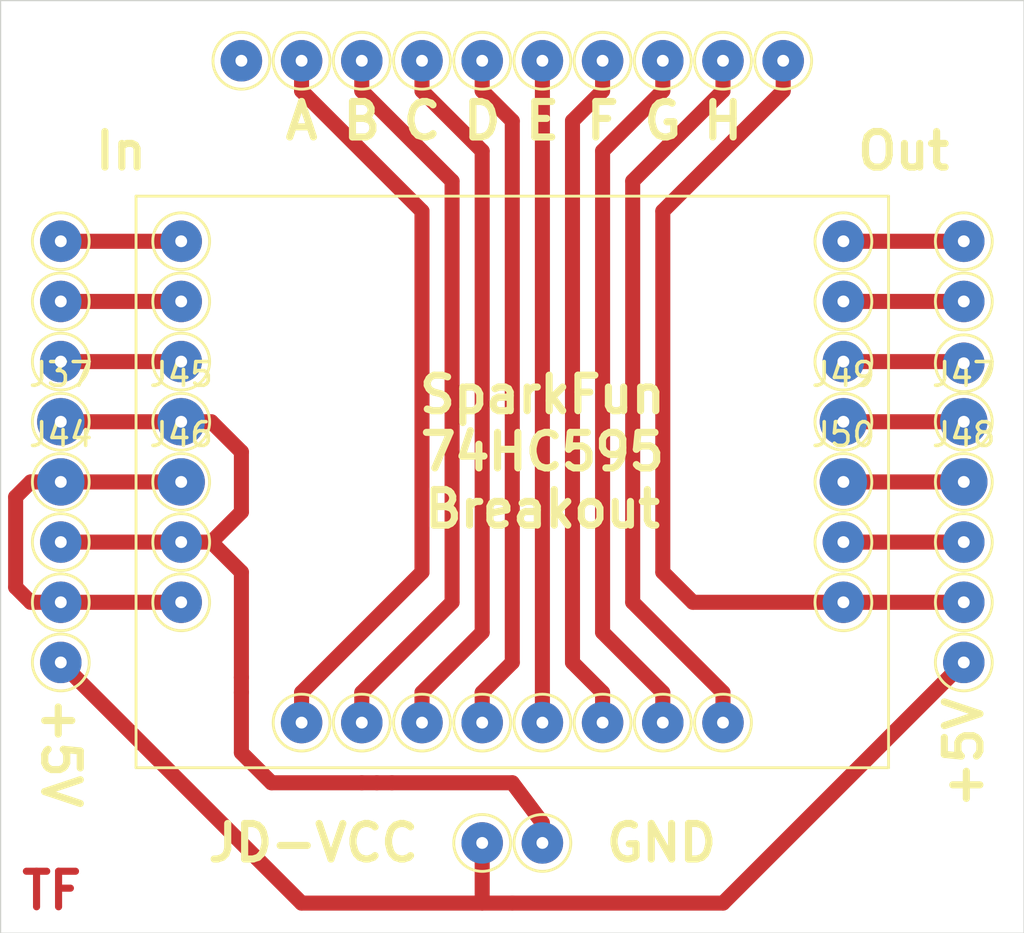
<source format=kicad_pcb>
(kicad_pcb (version 20171130) (host pcbnew "(5.1.9-0-10_14)")

  (general
    (thickness 1.6)
    (drawings 24)
    (tracks 82)
    (zones 0)
    (modules 50)
    (nets 22)
  )

  (page A4)
  (layers
    (0 F.Cu signal)
    (31 B.Cu signal)
    (32 B.Adhes user)
    (33 F.Adhes user)
    (34 B.Paste user)
    (35 F.Paste user)
    (36 B.SilkS user)
    (37 F.SilkS user)
    (38 B.Mask user)
    (39 F.Mask user)
    (40 Dwgs.User user)
    (41 Cmts.User user)
    (42 Eco1.User user)
    (43 Eco2.User user)
    (44 Edge.Cuts user)
    (45 Margin user)
    (46 B.CrtYd user)
    (47 F.CrtYd user)
    (48 B.Fab user)
    (49 F.Fab user)
  )

  (setup
    (last_trace_width 0.635)
    (user_trace_width 0.381)
    (user_trace_width 0.635)
    (trace_clearance 0.2)
    (zone_clearance 0.9)
    (zone_45_only no)
    (trace_min 0.2)
    (via_size 0.8)
    (via_drill 0.4)
    (via_min_size 0.4)
    (via_min_drill 0.3)
    (uvia_size 0.3)
    (uvia_drill 0.1)
    (uvias_allowed no)
    (uvia_min_size 0.2)
    (uvia_min_drill 0.1)
    (edge_width 0.05)
    (segment_width 0.2)
    (pcb_text_width 0.3)
    (pcb_text_size 1.5 1.5)
    (mod_edge_width 0.12)
    (mod_text_size 1 1)
    (mod_text_width 0.15)
    (pad_size 2 2)
    (pad_drill 0.5)
    (pad_to_mask_clearance 0)
    (aux_axis_origin 0 0)
    (visible_elements FFFFFF7F)
    (pcbplotparams
      (layerselection 0x010fc_ffffffff)
      (usegerberextensions false)
      (usegerberattributes true)
      (usegerberadvancedattributes true)
      (creategerberjobfile true)
      (excludeedgelayer true)
      (linewidth 0.100000)
      (plotframeref false)
      (viasonmask false)
      (mode 1)
      (useauxorigin false)
      (hpglpennumber 1)
      (hpglpenspeed 20)
      (hpglpendiameter 15.000000)
      (psnegative false)
      (psa4output false)
      (plotreference true)
      (plotvalue true)
      (plotinvisibletext false)
      (padsonsilk false)
      (subtractmaskfromsilk false)
      (outputformat 1)
      (mirror false)
      (drillshape 1)
      (scaleselection 1)
      (outputdirectory ""))
  )

  (net 0 "")
  (net 1 /5V)
  (net 2 /A)
  (net 3 /B)
  (net 4 /C)
  (net 5 /D)
  (net 6 /E)
  (net 7 /F)
  (net 8 /G)
  (net 9 /H)
  (net 10 /Data1)
  (net 11 /Latch1)
  (net 12 /Clock1)
  (net 13 /GND1)
  (net 14 /3.3V1)
  (net 15 /Data2)
  (net 16 /Latch2)
  (net 17 /Clock2)
  (net 18 /GND2)
  (net 19 /3.3V2)
  (net 20 /OE2)
  (net 21 /Reset2)

  (net_class Default "This is the default net class."
    (clearance 0.2)
    (trace_width 0.25)
    (via_dia 0.8)
    (via_drill 0.4)
    (uvia_dia 0.3)
    (uvia_drill 0.1)
    (add_net /3.3V1)
    (add_net /3.3V2)
    (add_net /5V)
    (add_net /A)
    (add_net /B)
    (add_net /C)
    (add_net /Clock1)
    (add_net /Clock2)
    (add_net /D)
    (add_net /Data1)
    (add_net /Data2)
    (add_net /E)
    (add_net /F)
    (add_net /G)
    (add_net /GND1)
    (add_net /GND2)
    (add_net /H)
    (add_net /Latch1)
    (add_net /Latch2)
    (add_net /OE2)
    (add_net /Reset2)
    (add_net "Net-(J14-Pad1)")
  )

  (module TestPoint:TestPoint_Pad_D2.0mm (layer F.Cu) (tedit 61D247EC) (tstamp 61D25D3C)
    (at 177.8 76.2)
    (descr "SMD pad as test Point, diameter 2.0mm")
    (tags "test point SMD pad")
    (path /61D5F995)
    (attr virtual)
    (fp_text reference J50 (at 0 -1.998) (layer F.SilkS)
      (effects (font (size 1 1) (thickness 0.15)))
    )
    (fp_text value Conn_01x01_Male (at 0 2.05) (layer F.Fab) hide
      (effects (font (size 1 1) (thickness 0.15)))
    )
    (fp_text user %R (at 0 -2) (layer F.Fab)
      (effects (font (size 1 1) (thickness 0.15)))
    )
    (fp_circle (center 0 0) (end 1.5 0) (layer F.CrtYd) (width 0.05))
    (fp_circle (center 0 0) (end 0 1.2) (layer F.SilkS) (width 0.12))
    (pad 1 thru_hole circle (at 0 0) (size 2 2) (drill 0.5) (layers *.Cu *.Mask)
      (net 21 /Reset2))
  )

  (module TestPoint:TestPoint_Pad_D2.0mm (layer F.Cu) (tedit 61D247E1) (tstamp 61D25D34)
    (at 177.8 73.66)
    (descr "SMD pad as test Point, diameter 2.0mm")
    (tags "test point SMD pad")
    (path /61D5F987)
    (attr virtual)
    (fp_text reference J49 (at 0 -1.998) (layer F.SilkS)
      (effects (font (size 1 1) (thickness 0.15)))
    )
    (fp_text value Conn_01x01_Male (at 0 2.05) (layer F.Fab) hide
      (effects (font (size 1 1) (thickness 0.15)))
    )
    (fp_text user %R (at 0 -2) (layer F.Fab)
      (effects (font (size 1 1) (thickness 0.15)))
    )
    (fp_circle (center 0 0) (end 1.5 0) (layer F.CrtYd) (width 0.05))
    (fp_circle (center 0 0) (end 0 1.2) (layer F.SilkS) (width 0.12))
    (pad 1 thru_hole circle (at 0 0) (size 2 2) (drill 0.5) (layers *.Cu *.Mask)
      (net 20 /OE2))
  )

  (module TestPoint:TestPoint_Pad_D2.0mm (layer F.Cu) (tedit 61D247F7) (tstamp 61D25D2C)
    (at 182.88 76.2)
    (descr "SMD pad as test Point, diameter 2.0mm")
    (tags "test point SMD pad")
    (path /61D5F99B)
    (attr virtual)
    (fp_text reference J48 (at 0 -1.998) (layer F.SilkS)
      (effects (font (size 1 1) (thickness 0.15)))
    )
    (fp_text value Conn_01x01_Male (at 0 2.05) (layer F.Fab) hide
      (effects (font (size 1 1) (thickness 0.15)))
    )
    (fp_text user %R (at 0 -2) (layer F.Fab)
      (effects (font (size 1 1) (thickness 0.15)))
    )
    (fp_circle (center 0 0) (end 1.5 0) (layer F.CrtYd) (width 0.05))
    (fp_circle (center 0 0) (end 0 1.2) (layer F.SilkS) (width 0.12))
    (pad 1 thru_hole circle (at 0 0) (size 2 2) (drill 0.5) (layers *.Cu *.Mask)
      (net 21 /Reset2))
  )

  (module TestPoint:TestPoint_Pad_D2.0mm (layer F.Cu) (tedit 61D247CA) (tstamp 61D25D24)
    (at 182.88 73.66)
    (descr "SMD pad as test Point, diameter 2.0mm")
    (tags "test point SMD pad")
    (path /61D5F98D)
    (attr virtual)
    (fp_text reference J47 (at 0 -1.998) (layer F.SilkS)
      (effects (font (size 1 1) (thickness 0.15)))
    )
    (fp_text value Conn_01x01_Male (at 0 2.05) (layer F.Fab) hide
      (effects (font (size 1 1) (thickness 0.15)))
    )
    (fp_text user %R (at 0 -2) (layer F.Fab)
      (effects (font (size 1 1) (thickness 0.15)))
    )
    (fp_circle (center 0 0) (end 1.5 0) (layer F.CrtYd) (width 0.05))
    (fp_circle (center 0 0) (end 0 1.2) (layer F.SilkS) (width 0.12))
    (pad 1 thru_hole circle (at 0 0) (size 2 2) (drill 0.5) (layers *.Cu *.Mask)
      (net 20 /OE2))
  )

  (module TestPoint:TestPoint_Pad_D2.0mm (layer F.Cu) (tedit 61D24820) (tstamp 61D25D1C)
    (at 149.86 76.2)
    (descr "SMD pad as test Point, diameter 2.0mm")
    (tags "test point SMD pad")
    (path /61D4D338)
    (attr virtual)
    (fp_text reference J46 (at 0 -1.998) (layer F.SilkS)
      (effects (font (size 1 1) (thickness 0.15)))
    )
    (fp_text value Conn_01x01_Male (at 0 2.05) (layer F.Fab) hide
      (effects (font (size 1 1) (thickness 0.15)))
    )
    (fp_text user %R (at 0 -2) (layer F.Fab)
      (effects (font (size 1 1) (thickness 0.15)))
    )
    (fp_circle (center 0 0) (end 1.5 0) (layer F.CrtYd) (width 0.05))
    (fp_circle (center 0 0) (end 0 1.2) (layer F.SilkS) (width 0.12))
    (pad 1 thru_hole circle (at 0 0) (size 2 2) (drill 0.5) (layers *.Cu *.Mask)
      (net 14 /3.3V1))
  )

  (module TestPoint:TestPoint_Pad_D2.0mm (layer F.Cu) (tedit 61D24816) (tstamp 61D25D14)
    (at 149.86 73.66)
    (descr "SMD pad as test Point, diameter 2.0mm")
    (tags "test point SMD pad")
    (path /61D4C1F6)
    (attr virtual)
    (fp_text reference J45 (at 0 -1.998) (layer F.SilkS)
      (effects (font (size 1 1) (thickness 0.15)))
    )
    (fp_text value Conn_01x01_Male (at 0 2.05) (layer F.Fab) hide
      (effects (font (size 1 1) (thickness 0.15)))
    )
    (fp_text user %R (at 0 -2) (layer F.Fab)
      (effects (font (size 1 1) (thickness 0.15)))
    )
    (fp_circle (center 0 0) (end 1.5 0) (layer F.CrtYd) (width 0.05))
    (fp_circle (center 0 0) (end 0 1.2) (layer F.SilkS) (width 0.12))
    (pad 1 thru_hole circle (at 0 0) (size 2 2) (drill 0.5) (layers *.Cu *.Mask)
      (net 13 /GND1))
  )

  (module TestPoint:TestPoint_Pad_D2.0mm (layer F.Cu) (tedit 61D2480B) (tstamp 61D25D0C)
    (at 144.78 76.2)
    (descr "SMD pad as test Point, diameter 2.0mm")
    (tags "test point SMD pad")
    (path /61D4D33E)
    (attr virtual)
    (fp_text reference J44 (at 0 -1.998) (layer F.SilkS)
      (effects (font (size 1 1) (thickness 0.15)))
    )
    (fp_text value Conn_01x01_Male (at 0 2.05) (layer F.Fab) hide
      (effects (font (size 1 1) (thickness 0.15)))
    )
    (fp_text user %R (at 0 -2) (layer F.Fab)
      (effects (font (size 1 1) (thickness 0.15)))
    )
    (fp_circle (center 0 0) (end 1.5 0) (layer F.CrtYd) (width 0.05))
    (fp_circle (center 0 0) (end 0 1.2) (layer F.SilkS) (width 0.12))
    (pad 1 thru_hole circle (at 0 0) (size 2 2) (drill 0.5) (layers *.Cu *.Mask)
      (net 14 /3.3V1))
  )

  (module TestPoint:TestPoint_Pad_D2.0mm (layer F.Cu) (tedit 61D24801) (tstamp 61D25CB0)
    (at 144.78 73.66)
    (descr "SMD pad as test Point, diameter 2.0mm")
    (tags "test point SMD pad")
    (path /61D4C202)
    (attr virtual)
    (fp_text reference J37 (at 0 -1.998) (layer F.SilkS)
      (effects (font (size 1 1) (thickness 0.15)))
    )
    (fp_text value Conn_01x01_Male (at 0 2.05) (layer F.Fab) hide
      (effects (font (size 1 1) (thickness 0.15)))
    )
    (fp_text user %R (at 0 -2) (layer F.Fab)
      (effects (font (size 1 1) (thickness 0.15)))
    )
    (fp_circle (center 0 0) (end 1.5 0) (layer F.CrtYd) (width 0.05))
    (fp_circle (center 0 0) (end 0 1.2) (layer F.SilkS) (width 0.12))
    (pad 1 thru_hole circle (at 0 0) (size 2 2) (drill 0.5) (layers *.Cu *.Mask)
      (net 13 /GND1))
  )

  (module TestPoint:TestPoint_Pad_D2.0mm (layer F.Cu) (tedit 5A0F774F) (tstamp 61CEF3F5)
    (at 165.1 91.44)
    (descr "Solder Pad, diameter 1.75mm")
    (tags "test point SMD pad")
    (path /61D7206C)
    (attr virtual)
    (fp_text reference J7 (at 0 -1.998) (layer F.SilkS) hide
      (effects (font (size 1 1) (thickness 0.15)))
    )
    (fp_text value Conn_01x01_Male (at 0 2.05) (layer F.Fab) hide
      (effects (font (size 1 1) (thickness 0.15)))
    )
    (fp_circle (center 0 0) (end 0 1.2) (layer F.SilkS) (width 0.12))
    (fp_circle (center 0 0) (end 1.5 0) (layer F.CrtYd) (width 0.05))
    (fp_text user %R (at 0 -2) (layer F.Fab) hide
      (effects (font (size 1 1) (thickness 0.15)))
    )
    (pad 1 thru_hole circle (at 0 0 90) (size 1.75 1.75) (drill 0.5) (layers *.Cu *.Mask)
      (net 13 /GND1))
  )

  (module TestPoint:TestPoint_Pad_D2.0mm (layer F.Cu) (tedit 5A0F774F) (tstamp 61CEF3DF)
    (at 162.56 91.44)
    (descr "Solder Pad, diameter 1.75mm")
    (tags "test point SMD pad")
    (path /61D72073)
    (attr virtual)
    (fp_text reference J5 (at 0 -1.998) (layer F.SilkS) hide
      (effects (font (size 1 1) (thickness 0.15)))
    )
    (fp_text value Conn_01x01_Male (at 0 2.05) (layer F.Fab) hide
      (effects (font (size 1 1) (thickness 0.15)))
    )
    (fp_circle (center 0 0) (end 0 1.2) (layer F.SilkS) (width 0.12))
    (fp_circle (center 0 0) (end 1.5 0) (layer F.CrtYd) (width 0.05))
    (fp_text user %R (at 0 -2) (layer F.Fab) hide
      (effects (font (size 1 1) (thickness 0.15)))
    )
    (pad 1 thru_hole circle (at 0 0 90) (size 1.75 1.75) (drill 0.5) (layers *.Cu *.Mask)
      (net 1 /5V))
  )

  (module TestPoint:TestPoint_Pad_D2.0mm (layer F.Cu) (tedit 5A0F774F) (tstamp 61CEDAC8)
    (at 144.78 83.82 90)
    (descr "Solder Pad, diameter 1.75mm")
    (tags "test point SMD pad")
    (path /61D1B60F)
    (attr virtual)
    (fp_text reference J43 (at 0 -1.998 90) (layer F.SilkS) hide
      (effects (font (size 1 1) (thickness 0.15)))
    )
    (fp_text value Conn_01x01_Male (at 0 2.05 90) (layer F.Fab) hide
      (effects (font (size 1 1) (thickness 0.15)))
    )
    (fp_circle (center 0 0) (end 0 1.2) (layer F.SilkS) (width 0.12))
    (fp_circle (center 0 0) (end 1.5 0) (layer F.CrtYd) (width 0.05))
    (fp_text user %R (at 0 -2 90) (layer F.Fab) hide
      (effects (font (size 1 1) (thickness 0.15)))
    )
    (pad 1 thru_hole circle (at 0 0 90) (size 1.75 1.75) (drill 0.5) (layers *.Cu *.Mask)
      (net 1 /5V))
  )

  (module TestPoint:TestPoint_Pad_D2.0mm (layer F.Cu) (tedit 5A0F774F) (tstamp 61CEDAC0)
    (at 182.88 81.28 90)
    (descr "Solder Pad, diameter 1.75mm")
    (tags "test point SMD pad")
    (path /61D1B608)
    (attr virtual)
    (fp_text reference J42 (at 0 -1.998 90) (layer F.SilkS) hide
      (effects (font (size 1 1) (thickness 0.15)))
    )
    (fp_text value Conn_01x01_Male (at 0 2.05 90) (layer F.Fab) hide
      (effects (font (size 1 1) (thickness 0.15)))
    )
    (fp_circle (center 0 0) (end 0 1.2) (layer F.SilkS) (width 0.12))
    (fp_circle (center 0 0) (end 1.5 0) (layer F.CrtYd) (width 0.05))
    (fp_text user %R (at 0 -2 90) (layer F.Fab) hide
      (effects (font (size 1 1) (thickness 0.15)))
    )
    (pad 1 thru_hole circle (at 0 0 90) (size 1.75 1.75) (drill 0.5) (layers *.Cu *.Mask)
      (net 19 /3.3V2))
  )

  (module TestPoint:TestPoint_Pad_D2.0mm (layer F.Cu) (tedit 5A0F774F) (tstamp 61CEDAB8)
    (at 182.88 78.74 90)
    (descr "Solder Pad, diameter 1.75mm")
    (tags "test point SMD pad")
    (path /61D1B601)
    (attr virtual)
    (fp_text reference J41 (at 0 -1.998 90) (layer F.SilkS) hide
      (effects (font (size 1 1) (thickness 0.15)))
    )
    (fp_text value Conn_01x01_Male (at 0 2.05 90) (layer F.Fab) hide
      (effects (font (size 1 1) (thickness 0.15)))
    )
    (fp_circle (center 0 0) (end 0 1.2) (layer F.SilkS) (width 0.12))
    (fp_circle (center 0 0) (end 1.5 0) (layer F.CrtYd) (width 0.05))
    (fp_text user %R (at 0 -2 90) (layer F.Fab) hide
      (effects (font (size 1 1) (thickness 0.15)))
    )
    (pad 1 thru_hole circle (at 0 0 90) (size 1.75 1.75) (drill 0.5) (layers *.Cu *.Mask)
      (net 18 /GND2))
  )

  (module TestPoint:TestPoint_Pad_D2.0mm (layer F.Cu) (tedit 5A0F774F) (tstamp 61CEDAB0)
    (at 177.8 71.12 90)
    (descr "Solder Pad, diameter 1.75mm")
    (tags "test point SMD pad")
    (path /61D1B616)
    (attr virtual)
    (fp_text reference J40 (at 0 -1.998 90) (layer F.SilkS) hide
      (effects (font (size 1 1) (thickness 0.15)))
    )
    (fp_text value Conn_01x01_Male (at 0 2.05 90) (layer F.Fab) hide
      (effects (font (size 1 1) (thickness 0.15)))
    )
    (fp_circle (center 0 0) (end 0 1.2) (layer F.SilkS) (width 0.12))
    (fp_circle (center 0 0) (end 1.5 0) (layer F.CrtYd) (width 0.05))
    (fp_text user %R (at 0 -2 90) (layer F.Fab) hide
      (effects (font (size 1 1) (thickness 0.15)))
    )
    (pad 1 thru_hole circle (at 0 0 90) (size 1.75 1.75) (drill 0.5) (layers *.Cu *.Mask)
      (net 17 /Clock2))
  )

  (module TestPoint:TestPoint_Pad_D2.0mm (layer F.Cu) (tedit 5A0F774F) (tstamp 61CEDAA8)
    (at 177.8 68.58 90)
    (descr "Solder Pad, diameter 1.75mm")
    (tags "test point SMD pad")
    (path /61D1B5FA)
    (attr virtual)
    (fp_text reference J39 (at 0 -1.998 90) (layer F.SilkS) hide
      (effects (font (size 1 1) (thickness 0.15)))
    )
    (fp_text value Conn_01x01_Male (at 0 2.05 90) (layer F.Fab) hide
      (effects (font (size 1 1) (thickness 0.15)))
    )
    (fp_circle (center 0 0) (end 0 1.2) (layer F.SilkS) (width 0.12))
    (fp_circle (center 0 0) (end 1.5 0) (layer F.CrtYd) (width 0.05))
    (fp_text user %R (at 0 -2 90) (layer F.Fab) hide
      (effects (font (size 1 1) (thickness 0.15)))
    )
    (pad 1 thru_hole circle (at 0 0 90) (size 1.75 1.75) (drill 0.5) (layers *.Cu *.Mask)
      (net 16 /Latch2))
  )

  (module TestPoint:TestPoint_Pad_D2.0mm (layer F.Cu) (tedit 5A0F774F) (tstamp 61CEDAA0)
    (at 182.88 66.04 90)
    (descr "Solder Pad, diameter 1.75mm")
    (tags "test point SMD pad")
    (path /61D1B5F3)
    (attr virtual)
    (fp_text reference J38 (at 0 -1.998 90) (layer F.SilkS) hide
      (effects (font (size 1 1) (thickness 0.15)))
    )
    (fp_text value Conn_01x01_Male (at 0 2.05 90) (layer F.Fab) hide
      (effects (font (size 1 1) (thickness 0.15)))
    )
    (fp_circle (center 0 0) (end 0 1.2) (layer F.SilkS) (width 0.12))
    (fp_circle (center 0 0) (end 1.5 0) (layer F.CrtYd) (width 0.05))
    (fp_text user %R (at 0 -2 90) (layer F.Fab) hide
      (effects (font (size 1 1) (thickness 0.15)))
    )
    (pad 1 thru_hole circle (at 0 0 90) (size 1.75 1.75) (drill 0.5) (layers *.Cu *.Mask)
      (net 15 /Data2))
  )

  (module TestPoint:TestPoint_Pad_D2.0mm (layer F.Cu) (tedit 5A0F774F) (tstamp 61CEDA90)
    (at 177.8 81.28 90)
    (descr "Solder Pad, diameter 1.75mm")
    (tags "test point SMD pad")
    (path /61D14387)
    (attr virtual)
    (fp_text reference J36 (at 0 -1.998 90) (layer F.SilkS) hide
      (effects (font (size 1 1) (thickness 0.15)))
    )
    (fp_text value Conn_01x01_Male (at 0 2.05 90) (layer F.Fab) hide
      (effects (font (size 1 1) (thickness 0.15)))
    )
    (fp_circle (center 0 0) (end 0 1.2) (layer F.SilkS) (width 0.12))
    (fp_circle (center 0 0) (end 1.5 0) (layer F.CrtYd) (width 0.05))
    (fp_text user %R (at 0 -2 90) (layer F.Fab) hide
      (effects (font (size 1 1) (thickness 0.15)))
    )
    (pad 1 thru_hole circle (at 0 0 90) (size 1.75 1.75) (drill 0.5) (layers *.Cu *.Mask)
      (net 19 /3.3V2))
  )

  (module TestPoint:TestPoint_Pad_D2.0mm (layer F.Cu) (tedit 5A0F774F) (tstamp 61CEDA88)
    (at 177.8 78.74 90)
    (descr "Solder Pad, diameter 1.75mm")
    (tags "test point SMD pad")
    (path /61D14380)
    (attr virtual)
    (fp_text reference J35 (at 0 -1.998 90) (layer F.SilkS) hide
      (effects (font (size 1 1) (thickness 0.15)))
    )
    (fp_text value Conn_01x01_Male (at 0 2.05 90) (layer F.Fab) hide
      (effects (font (size 1 1) (thickness 0.15)))
    )
    (fp_circle (center 0 0) (end 0 1.2) (layer F.SilkS) (width 0.12))
    (fp_circle (center 0 0) (end 1.5 0) (layer F.CrtYd) (width 0.05))
    (fp_text user %R (at 0 -2 90) (layer F.Fab) hide
      (effects (font (size 1 1) (thickness 0.15)))
    )
    (pad 1 thru_hole circle (at 0 0 90) (size 1.75 1.75) (drill 0.5) (layers *.Cu *.Mask)
      (net 18 /GND2))
  )

  (module TestPoint:TestPoint_Pad_D2.0mm (layer F.Cu) (tedit 61CE5431) (tstamp 61CEDA80)
    (at 182.88 71.19 90)
    (descr "Solder Pad, diameter 1.75mm")
    (tags "test point SMD pad")
    (path /61D14395)
    (attr virtual)
    (fp_text reference J34 (at 0 -1.998 90) (layer F.SilkS) hide
      (effects (font (size 1 1) (thickness 0.15)))
    )
    (fp_text value Conn_01x01_Male (at 0 2.05 90) (layer F.Fab) hide
      (effects (font (size 1 1) (thickness 0.15)))
    )
    (fp_circle (center 0 0) (end 0 1.2) (layer F.SilkS) (width 0.12))
    (fp_circle (center 0 0) (end 1.5 0) (layer F.CrtYd) (width 0.05))
    (fp_text user %R (at 0 -2 90) (layer F.Fab) hide
      (effects (font (size 1 1) (thickness 0.15)))
    )
    (pad 1 thru_hole circle (at 0 0 90) (size 1.75 1.75) (drill 0.5) (layers *.Cu *.Mask)
      (net 17 /Clock2))
  )

  (module TestPoint:TestPoint_Pad_D2.0mm (layer F.Cu) (tedit 5A0F774F) (tstamp 61CEDA78)
    (at 182.88 68.58 90)
    (descr "Solder Pad, diameter 1.75mm")
    (tags "test point SMD pad")
    (path /61D14379)
    (attr virtual)
    (fp_text reference J33 (at 0 -1.998 90) (layer F.SilkS) hide
      (effects (font (size 1 1) (thickness 0.15)))
    )
    (fp_text value Conn_01x01_Male (at 0 2.05 90) (layer F.Fab) hide
      (effects (font (size 1 1) (thickness 0.15)))
    )
    (fp_circle (center 0 0) (end 0 1.2) (layer F.SilkS) (width 0.12))
    (fp_circle (center 0 0) (end 1.5 0) (layer F.CrtYd) (width 0.05))
    (fp_text user %R (at 0 -2 90) (layer F.Fab) hide
      (effects (font (size 1 1) (thickness 0.15)))
    )
    (pad 1 thru_hole circle (at 0 0 90) (size 1.75 1.75) (drill 0.5) (layers *.Cu *.Mask)
      (net 16 /Latch2))
  )

  (module TestPoint:TestPoint_Pad_D2.0mm (layer F.Cu) (tedit 5A0F774F) (tstamp 61CEDA70)
    (at 177.8 66.04 90)
    (descr "Solder Pad, diameter 1.75mm")
    (tags "test point SMD pad")
    (path /61D14372)
    (attr virtual)
    (fp_text reference J32 (at 0 -1.998 90) (layer F.SilkS) hide
      (effects (font (size 1 1) (thickness 0.15)))
    )
    (fp_text value Conn_01x01_Male (at 0 2.05 90) (layer F.Fab) hide
      (effects (font (size 1 1) (thickness 0.15)))
    )
    (fp_circle (center 0 0) (end 0 1.2) (layer F.SilkS) (width 0.12))
    (fp_circle (center 0 0) (end 1.5 0) (layer F.CrtYd) (width 0.05))
    (fp_text user %R (at 0 -2 90) (layer F.Fab) hide
      (effects (font (size 1 1) (thickness 0.15)))
    )
    (pad 1 thru_hole circle (at 0 0 90) (size 1.75 1.75) (drill 0.5) (layers *.Cu *.Mask)
      (net 15 /Data2))
  )

  (module TestPoint:TestPoint_Pad_D2.0mm (layer F.Cu) (tedit 5A0F774F) (tstamp 61CEFA1F)
    (at 175.26 58.42 90)
    (descr "Solder Pad, diameter 1.75mm")
    (tags "test point SMD pad")
    (path /61D4318E)
    (attr virtual)
    (fp_text reference J31 (at 0 -1.998 90) (layer F.SilkS) hide
      (effects (font (size 1 1) (thickness 0.15)))
    )
    (fp_text value Conn_01x01_Male (at 0 2.05 90) (layer F.Fab) hide
      (effects (font (size 1 1) (thickness 0.15)))
    )
    (fp_circle (center 0 0) (end 0 1.2) (layer F.SilkS) (width 0.12))
    (fp_circle (center 0 0) (end 1.5 0) (layer F.CrtYd) (width 0.05))
    (fp_text user %R (at 0 -2 90) (layer F.Fab) hide
      (effects (font (size 1 1) (thickness 0.15)))
    )
    (pad 1 thru_hole circle (at 0 0 90) (size 1.75 1.75) (drill 0.5) (layers *.Cu *.Mask)
      (net 19 /3.3V2))
  )

  (module TestPoint:TestPoint_Pad_D2.0mm (layer F.Cu) (tedit 5A0F774F) (tstamp 61CEDA60)
    (at 172.72 58.42 90)
    (descr "Solder Pad, diameter 1.75mm")
    (tags "test point SMD pad")
    (path /61D3D0CF)
    (attr virtual)
    (fp_text reference J30 (at 0 -1.998 90) (layer F.SilkS) hide
      (effects (font (size 1 1) (thickness 0.15)))
    )
    (fp_text value Conn_01x01_Male (at 0 2.05 90) (layer F.Fab) hide
      (effects (font (size 1 1) (thickness 0.15)))
    )
    (fp_circle (center 0 0) (end 0 1.2) (layer F.SilkS) (width 0.12))
    (fp_circle (center 0 0) (end 1.5 0) (layer F.CrtYd) (width 0.05))
    (fp_text user %R (at 0 -2 90) (layer F.Fab) hide
      (effects (font (size 1 1) (thickness 0.15)))
    )
    (pad 1 thru_hole circle (at 0 0 90) (size 1.75 1.75) (drill 0.5) (layers *.Cu *.Mask)
      (net 9 /H))
  )

  (module TestPoint:TestPoint_Pad_D2.0mm (layer F.Cu) (tedit 5A0F774F) (tstamp 61CEDA58)
    (at 172.72 86.36 90)
    (descr "Solder Pad, diameter 1.75mm")
    (tags "test point SMD pad")
    (path /61D1D637)
    (attr virtual)
    (fp_text reference J29 (at 0 -1.998 90) (layer F.SilkS) hide
      (effects (font (size 1 1) (thickness 0.15)))
    )
    (fp_text value Conn_01x01_Male (at 0 2.05 90) (layer F.Fab) hide
      (effects (font (size 1 1) (thickness 0.15)))
    )
    (fp_circle (center 0 0) (end 0 1.2) (layer F.SilkS) (width 0.12))
    (fp_circle (center 0 0) (end 1.5 0) (layer F.CrtYd) (width 0.05))
    (fp_text user %R (at 0 -2 90) (layer F.Fab) hide
      (effects (font (size 1 1) (thickness 0.15)))
    )
    (pad 1 thru_hole circle (at 0 0 90) (size 1.75 1.75) (drill 0.5) (layers *.Cu *.Mask)
      (net 9 /H))
  )

  (module TestPoint:TestPoint_Pad_D2.0mm (layer F.Cu) (tedit 5A0F774F) (tstamp 61CEDA50)
    (at 170.18 86.36 90)
    (descr "Solder Pad, diameter 1.75mm")
    (tags "test point SMD pad")
    (path /61D3D0C8)
    (attr virtual)
    (fp_text reference J28 (at 0 -1.998 90) (layer F.SilkS) hide
      (effects (font (size 1 1) (thickness 0.15)))
    )
    (fp_text value Conn_01x01_Male (at 0 2.05 90) (layer F.Fab) hide
      (effects (font (size 1 1) (thickness 0.15)))
    )
    (fp_circle (center 0 0) (end 0 1.2) (layer F.SilkS) (width 0.12))
    (fp_circle (center 0 0) (end 1.5 0) (layer F.CrtYd) (width 0.05))
    (fp_text user %R (at 0 -2 90) (layer F.Fab) hide
      (effects (font (size 1 1) (thickness 0.15)))
    )
    (pad 1 thru_hole circle (at 0 0 90) (size 1.75 1.75) (drill 0.5) (layers *.Cu *.Mask)
      (net 8 /G))
  )

  (module TestPoint:TestPoint_Pad_D2.0mm (layer F.Cu) (tedit 5A0F774F) (tstamp 61CEDA48)
    (at 170.18 58.42 90)
    (descr "Solder Pad, diameter 1.75mm")
    (tags "test point SMD pad")
    (path /61D1D630)
    (attr virtual)
    (fp_text reference J27 (at 0 -1.998 90) (layer F.SilkS) hide
      (effects (font (size 1 1) (thickness 0.15)))
    )
    (fp_text value Conn_01x01_Male (at 0 2.05 90) (layer F.Fab) hide
      (effects (font (size 1 1) (thickness 0.15)))
    )
    (fp_circle (center 0 0) (end 0 1.2) (layer F.SilkS) (width 0.12))
    (fp_circle (center 0 0) (end 1.5 0) (layer F.CrtYd) (width 0.05))
    (fp_text user %R (at 0 -2 90) (layer F.Fab) hide
      (effects (font (size 1 1) (thickness 0.15)))
    )
    (pad 1 thru_hole circle (at 0 0 90) (size 1.75 1.75) (drill 0.5) (layers *.Cu *.Mask)
      (net 8 /G))
  )

  (module TestPoint:TestPoint_Pad_D2.0mm (layer F.Cu) (tedit 5A0F774F) (tstamp 61CEDA40)
    (at 167.64 58.42 90)
    (descr "Solder Pad, diameter 1.75mm")
    (tags "test point SMD pad")
    (path /61D3D0AC)
    (attr virtual)
    (fp_text reference J26 (at 0 -1.998 90) (layer F.SilkS) hide
      (effects (font (size 1 1) (thickness 0.15)))
    )
    (fp_text value Conn_01x01_Male (at 0 2.05 90) (layer F.Fab) hide
      (effects (font (size 1 1) (thickness 0.15)))
    )
    (fp_circle (center 0 0) (end 0 1.2) (layer F.SilkS) (width 0.12))
    (fp_circle (center 0 0) (end 1.5 0) (layer F.CrtYd) (width 0.05))
    (fp_text user %R (at 0 -2 90) (layer F.Fab) hide
      (effects (font (size 1 1) (thickness 0.15)))
    )
    (pad 1 thru_hole circle (at 0 0 90) (size 1.75 1.75) (drill 0.5) (layers *.Cu *.Mask)
      (net 7 /F))
  )

  (module TestPoint:TestPoint_Pad_D2.0mm (layer F.Cu) (tedit 5A0F774F) (tstamp 61CEDA38)
    (at 167.64 86.36 90)
    (descr "Solder Pad, diameter 1.75mm")
    (tags "test point SMD pad")
    (path /61D1D629)
    (attr virtual)
    (fp_text reference J25 (at 0 -1.998 90) (layer F.SilkS) hide
      (effects (font (size 1 1) (thickness 0.15)))
    )
    (fp_text value Conn_01x01_Male (at 0 2.05 90) (layer F.Fab) hide
      (effects (font (size 1 1) (thickness 0.15)))
    )
    (fp_circle (center 0 0) (end 0 1.2) (layer F.SilkS) (width 0.12))
    (fp_circle (center 0 0) (end 1.5 0) (layer F.CrtYd) (width 0.05))
    (fp_text user %R (at 0 -2 90) (layer F.Fab) hide
      (effects (font (size 1 1) (thickness 0.15)))
    )
    (pad 1 thru_hole circle (at 0 0 90) (size 1.75 1.75) (drill 0.5) (layers *.Cu *.Mask)
      (net 7 /F))
  )

  (module TestPoint:TestPoint_Pad_D2.0mm (layer F.Cu) (tedit 5A0F774F) (tstamp 61CEDA30)
    (at 165.1 58.42 90)
    (descr "Solder Pad, diameter 1.75mm")
    (tags "test point SMD pad")
    (path /61D3D0A6)
    (attr virtual)
    (fp_text reference J24 (at 0 -1.998 90) (layer F.SilkS) hide
      (effects (font (size 1 1) (thickness 0.15)))
    )
    (fp_text value Conn_01x01_Male (at 0 2.05 90) (layer F.Fab) hide
      (effects (font (size 1 1) (thickness 0.15)))
    )
    (fp_circle (center 0 0) (end 0 1.2) (layer F.SilkS) (width 0.12))
    (fp_circle (center 0 0) (end 1.5 0) (layer F.CrtYd) (width 0.05))
    (fp_text user %R (at 0 -2 90) (layer F.Fab) hide
      (effects (font (size 1 1) (thickness 0.15)))
    )
    (pad 1 thru_hole circle (at 0 0 90) (size 1.75 1.75) (drill 0.5) (layers *.Cu *.Mask)
      (net 6 /E))
  )

  (module TestPoint:TestPoint_Pad_D2.0mm (layer F.Cu) (tedit 5A0F774F) (tstamp 61CEDA28)
    (at 165.1 86.36 90)
    (descr "Solder Pad, diameter 1.75mm")
    (tags "test point SMD pad")
    (path /61D207E0)
    (attr virtual)
    (fp_text reference J23 (at 0 -1.998 90) (layer F.SilkS) hide
      (effects (font (size 1 1) (thickness 0.15)))
    )
    (fp_text value Conn_01x01_Male (at 0 2.05 90) (layer F.Fab) hide
      (effects (font (size 1 1) (thickness 0.15)))
    )
    (fp_circle (center 0 0) (end 0 1.2) (layer F.SilkS) (width 0.12))
    (fp_circle (center 0 0) (end 1.5 0) (layer F.CrtYd) (width 0.05))
    (fp_text user %R (at 0 -2 90) (layer F.Fab) hide
      (effects (font (size 1 1) (thickness 0.15)))
    )
    (pad 1 thru_hole circle (at 0 0 90) (size 1.75 1.75) (drill 0.5) (layers *.Cu *.Mask)
      (net 6 /E))
  )

  (module TestPoint:TestPoint_Pad_D2.0mm (layer F.Cu) (tedit 5A0F774F) (tstamp 61CEDA20)
    (at 162.56 58.42 90)
    (descr "Solder Pad, diameter 1.75mm")
    (tags "test point SMD pad")
    (path /61D3D0A0)
    (attr virtual)
    (fp_text reference J22 (at 0 -1.998 90) (layer F.SilkS) hide
      (effects (font (size 1 1) (thickness 0.15)))
    )
    (fp_text value Conn_01x01_Male (at 0 2.05 90) (layer F.Fab) hide
      (effects (font (size 1 1) (thickness 0.15)))
    )
    (fp_circle (center 0 0) (end 0 1.2) (layer F.SilkS) (width 0.12))
    (fp_circle (center 0 0) (end 1.5 0) (layer F.CrtYd) (width 0.05))
    (fp_text user %R (at 0 -2 90) (layer F.Fab) hide
      (effects (font (size 1 1) (thickness 0.15)))
    )
    (pad 1 thru_hole circle (at 0 0 90) (size 1.75 1.75) (drill 0.5) (layers *.Cu *.Mask)
      (net 5 /D))
  )

  (module TestPoint:TestPoint_Pad_D2.0mm (layer F.Cu) (tedit 5A0F774F) (tstamp 61CEDA18)
    (at 162.56 86.36 90)
    (descr "Solder Pad, diameter 1.75mm")
    (tags "test point SMD pad")
    (path /61D1ED05)
    (attr virtual)
    (fp_text reference J21 (at 0 -1.998 90) (layer F.SilkS) hide
      (effects (font (size 1 1) (thickness 0.15)))
    )
    (fp_text value Conn_01x01_Male (at 0 2.05 90) (layer F.Fab) hide
      (effects (font (size 1 1) (thickness 0.15)))
    )
    (fp_circle (center 0 0) (end 0 1.2) (layer F.SilkS) (width 0.12))
    (fp_circle (center 0 0) (end 1.5 0) (layer F.CrtYd) (width 0.05))
    (fp_text user %R (at 0 -2 90) (layer F.Fab) hide
      (effects (font (size 1 1) (thickness 0.15)))
    )
    (pad 1 thru_hole circle (at 0 0 90) (size 1.75 1.75) (drill 0.5) (layers *.Cu *.Mask)
      (net 5 /D))
  )

  (module TestPoint:TestPoint_Pad_D2.0mm (layer F.Cu) (tedit 5A0F774F) (tstamp 61CEDA10)
    (at 160.02 58.42 90)
    (descr "Solder Pad, diameter 1.75mm")
    (tags "test point SMD pad")
    (path /61D3D0C1)
    (attr virtual)
    (fp_text reference J20 (at 0 -1.998 90) (layer F.SilkS) hide
      (effects (font (size 1 1) (thickness 0.15)))
    )
    (fp_text value Conn_01x01_Male (at 0 2.05 90) (layer F.Fab) hide
      (effects (font (size 1 1) (thickness 0.15)))
    )
    (fp_circle (center 0 0) (end 0 1.2) (layer F.SilkS) (width 0.12))
    (fp_circle (center 0 0) (end 1.5 0) (layer F.CrtYd) (width 0.05))
    (fp_text user %R (at 0 -2 90) (layer F.Fab) hide
      (effects (font (size 1 1) (thickness 0.15)))
    )
    (pad 1 thru_hole circle (at 0 0 90) (size 1.75 1.75) (drill 0.5) (layers *.Cu *.Mask)
      (net 4 /C))
  )

  (module TestPoint:TestPoint_Pad_D2.0mm (layer F.Cu) (tedit 5A0F774F) (tstamp 61CEDA08)
    (at 160.02 86.36 90)
    (descr "Solder Pad, diameter 1.75mm")
    (tags "test point SMD pad")
    (path /61D1D63E)
    (attr virtual)
    (fp_text reference J19 (at 0 -1.998 90) (layer F.SilkS) hide
      (effects (font (size 1 1) (thickness 0.15)))
    )
    (fp_text value Conn_01x01_Male (at 0 2.05 90) (layer F.Fab) hide
      (effects (font (size 1 1) (thickness 0.15)))
    )
    (fp_circle (center 0 0) (end 0 1.2) (layer F.SilkS) (width 0.12))
    (fp_circle (center 0 0) (end 1.5 0) (layer F.CrtYd) (width 0.05))
    (fp_text user %R (at 0 -2 90) (layer F.Fab) hide
      (effects (font (size 1 1) (thickness 0.15)))
    )
    (pad 1 thru_hole circle (at 0 0 90) (size 1.75 1.75) (drill 0.5) (layers *.Cu *.Mask)
      (net 4 /C))
  )

  (module TestPoint:TestPoint_Pad_D2.0mm (layer F.Cu) (tedit 5A0F774F) (tstamp 61CEDA00)
    (at 157.48 86.36 90)
    (descr "Solder Pad, diameter 1.75mm")
    (tags "test point SMD pad")
    (path /61D3D0BA)
    (attr virtual)
    (fp_text reference J18 (at 0 -1.998 90) (layer F.SilkS) hide
      (effects (font (size 1 1) (thickness 0.15)))
    )
    (fp_text value Conn_01x01_Male (at 0 2.05 90) (layer F.Fab) hide
      (effects (font (size 1 1) (thickness 0.15)))
    )
    (fp_circle (center 0 0) (end 0 1.2) (layer F.SilkS) (width 0.12))
    (fp_circle (center 0 0) (end 1.5 0) (layer F.CrtYd) (width 0.05))
    (fp_text user %R (at 0 -2 90) (layer F.Fab) hide
      (effects (font (size 1 1) (thickness 0.15)))
    )
    (pad 1 thru_hole circle (at 0 0 90) (size 1.75 1.75) (drill 0.5) (layers *.Cu *.Mask)
      (net 3 /B))
  )

  (module TestPoint:TestPoint_Pad_D2.0mm (layer F.Cu) (tedit 5A0F774F) (tstamp 61CED9F8)
    (at 157.48 58.42 90)
    (descr "Solder Pad, diameter 1.75mm")
    (tags "test point SMD pad")
    (path /61D1D622)
    (attr virtual)
    (fp_text reference J17 (at 0 -1.998 90) (layer F.SilkS) hide
      (effects (font (size 1 1) (thickness 0.15)))
    )
    (fp_text value Conn_01x01_Male (at 0 2.05 90) (layer F.Fab) hide
      (effects (font (size 1 1) (thickness 0.15)))
    )
    (fp_circle (center 0 0) (end 0 1.2) (layer F.SilkS) (width 0.12))
    (fp_circle (center 0 0) (end 1.5 0) (layer F.CrtYd) (width 0.05))
    (fp_text user %R (at 0 -2 90) (layer F.Fab) hide
      (effects (font (size 1 1) (thickness 0.15)))
    )
    (pad 1 thru_hole circle (at 0 0 90) (size 1.75 1.75) (drill 0.5) (layers *.Cu *.Mask)
      (net 3 /B))
  )

  (module TestPoint:TestPoint_Pad_D2.0mm (layer F.Cu) (tedit 5A0F774F) (tstamp 61CED9F0)
    (at 154.94 58.42 90)
    (descr "Solder Pad, diameter 1.75mm")
    (tags "test point SMD pad")
    (path /61D3D0B3)
    (attr virtual)
    (fp_text reference J16 (at 0 -1.998 90) (layer F.SilkS) hide
      (effects (font (size 1 1) (thickness 0.15)))
    )
    (fp_text value Conn_01x01_Male (at 0 2.05 90) (layer F.Fab) hide
      (effects (font (size 1 1) (thickness 0.15)))
    )
    (fp_circle (center 0 0) (end 0 1.2) (layer F.SilkS) (width 0.12))
    (fp_circle (center 0 0) (end 1.5 0) (layer F.CrtYd) (width 0.05))
    (fp_text user %R (at 0 -2 90) (layer F.Fab) hide
      (effects (font (size 1 1) (thickness 0.15)))
    )
    (pad 1 thru_hole circle (at 0 0 90) (size 1.75 1.75) (drill 0.5) (layers *.Cu *.Mask)
      (net 2 /A))
  )

  (module TestPoint:TestPoint_Pad_D2.0mm (layer F.Cu) (tedit 5A0F774F) (tstamp 61CED9E8)
    (at 154.94 86.36 90)
    (descr "Solder Pad, diameter 1.75mm")
    (tags "test point SMD pad")
    (path /61D1D61B)
    (attr virtual)
    (fp_text reference J15 (at 0 -1.998 90) (layer F.SilkS) hide
      (effects (font (size 1 1) (thickness 0.15)))
    )
    (fp_text value Conn_01x01_Male (at 0 2.05 90) (layer F.Fab) hide
      (effects (font (size 1 1) (thickness 0.15)))
    )
    (fp_circle (center 0 0) (end 0 1.2) (layer F.SilkS) (width 0.12))
    (fp_circle (center 0 0) (end 1.5 0) (layer F.CrtYd) (width 0.05))
    (fp_text user %R (at 0 -2 90) (layer F.Fab) hide
      (effects (font (size 1 1) (thickness 0.15)))
    )
    (pad 1 thru_hole circle (at 0 0 90) (size 1.75 1.75) (drill 0.5) (layers *.Cu *.Mask)
      (net 2 /A))
  )

  (module TestPoint:TestPoint_Pad_D2.0mm (layer F.Cu) (tedit 5A0F774F) (tstamp 61CED9E0)
    (at 152.4 58.42 90)
    (descr "Solder Pad, diameter 1.75mm")
    (tags "test point SMD pad")
    (path /61D4226F)
    (attr virtual)
    (fp_text reference J14 (at 0 -1.998 90) (layer F.SilkS) hide
      (effects (font (size 1 1) (thickness 0.15)))
    )
    (fp_text value Conn_01x01_Male (at 0 2.05 90) (layer F.Fab) hide
      (effects (font (size 1 1) (thickness 0.15)))
    )
    (fp_circle (center 0 0) (end 0 1.2) (layer F.SilkS) (width 0.12))
    (fp_circle (center 0 0) (end 1.5 0) (layer F.CrtYd) (width 0.05))
    (fp_text user %R (at 0 -2 90) (layer F.Fab) hide
      (effects (font (size 1 1) (thickness 0.15)))
    )
    (pad 1 thru_hole circle (at 0 0 90) (size 1.75 1.75) (drill 0.5) (layers *.Cu *.Mask))
  )

  (module TestPoint:TestPoint_Pad_D2.0mm (layer F.Cu) (tedit 5A0F774F) (tstamp 61CED9D8)
    (at 149.86 81.28 90)
    (descr "Solder Pad, diameter 1.75mm")
    (tags "test point SMD pad")
    (path /61D0C747)
    (attr virtual)
    (fp_text reference J13 (at 0 -1.998 90) (layer F.SilkS) hide
      (effects (font (size 1 1) (thickness 0.15)))
    )
    (fp_text value Conn_01x01_Male (at 0 2.05 90) (layer F.Fab) hide
      (effects (font (size 1 1) (thickness 0.15)))
    )
    (fp_circle (center 0 0) (end 0 1.2) (layer F.SilkS) (width 0.12))
    (fp_circle (center 0 0) (end 1.5 0) (layer F.CrtYd) (width 0.05))
    (fp_text user %R (at 0 -2 90) (layer F.Fab) hide
      (effects (font (size 1 1) (thickness 0.15)))
    )
    (pad 1 thru_hole circle (at 0 0 90) (size 1.75 1.75) (drill 0.5) (layers *.Cu *.Mask)
      (net 14 /3.3V1))
  )

  (module TestPoint:TestPoint_Pad_D2.0mm (layer F.Cu) (tedit 5A0F774F) (tstamp 61CED9D0)
    (at 149.86 78.74 90)
    (descr "Solder Pad, diameter 1.75mm")
    (tags "test point SMD pad")
    (path /61D0CC13)
    (attr virtual)
    (fp_text reference J12 (at 0 -1.998 90) (layer F.SilkS) hide
      (effects (font (size 1 1) (thickness 0.15)))
    )
    (fp_text value Conn_01x01_Male (at 0 2.05 90) (layer F.Fab) hide
      (effects (font (size 1 1) (thickness 0.15)))
    )
    (fp_circle (center 0 0) (end 0 1.2) (layer F.SilkS) (width 0.12))
    (fp_circle (center 0 0) (end 1.5 0) (layer F.CrtYd) (width 0.05))
    (fp_text user %R (at 0 -2 90) (layer F.Fab) hide
      (effects (font (size 1 1) (thickness 0.15)))
    )
    (pad 1 thru_hole circle (at 0 0 90) (size 1.75 1.75) (drill 0.5) (layers *.Cu *.Mask)
      (net 13 /GND1))
  )

  (module TestPoint:TestPoint_Pad_D2.0mm (layer F.Cu) (tedit 5A0F774F) (tstamp 61CED9C8)
    (at 144.78 71.12 90)
    (descr "Solder Pad, diameter 1.75mm")
    (tags "test point SMD pad")
    (path /61D0D6F9)
    (attr virtual)
    (fp_text reference J11 (at 0 -1.998 90) (layer F.SilkS) hide
      (effects (font (size 1 1) (thickness 0.15)))
    )
    (fp_text value Conn_01x01_Male (at 0 2.05 90) (layer F.Fab) hide
      (effects (font (size 1 1) (thickness 0.15)))
    )
    (fp_circle (center 0 0) (end 0 1.2) (layer F.SilkS) (width 0.12))
    (fp_circle (center 0 0) (end 1.5 0) (layer F.CrtYd) (width 0.05))
    (fp_text user %R (at 0 -2 90) (layer F.Fab) hide
      (effects (font (size 1 1) (thickness 0.15)))
    )
    (pad 1 thru_hole circle (at 0 0 90) (size 1.75 1.75) (drill 0.5) (layers *.Cu *.Mask)
      (net 12 /Clock1))
  )

  (module TestPoint:TestPoint_Pad_D2.0mm (layer F.Cu) (tedit 61CE37E2) (tstamp 61CED9C0)
    (at 144.78 68.58 90)
    (descr "Solder Pad, diameter 1.75mm")
    (tags "test point SMD pad")
    (path /61D0DBAD)
    (attr virtual)
    (fp_text reference J10 (at 0 -1.998 90) (layer F.SilkS) hide
      (effects (font (size 1 1) (thickness 0.15)))
    )
    (fp_text value Conn_01x01_Male (at 0 2.05 90) (layer F.Fab) hide
      (effects (font (size 1 1) (thickness 0.15)))
    )
    (fp_circle (center 0 0) (end 0 1.2) (layer F.SilkS) (width 0.12))
    (fp_circle (center 0 0) (end 1.5 0) (layer F.CrtYd) (width 0.05))
    (fp_text user %R (at 0 -2 90) (layer F.Fab) hide
      (effects (font (size 1 1) (thickness 0.15)))
    )
    (pad 1 thru_hole circle (at 0 0 90) (size 1.75 1.75) (drill 0.5) (layers *.Cu *.Mask)
      (net 11 /Latch1))
  )

  (module TestPoint:TestPoint_Pad_D2.0mm (layer F.Cu) (tedit 61CE37D9) (tstamp 61CED9B8)
    (at 144.78 66.04 90)
    (descr "Solder Pad, diameter 1.75mm")
    (tags "test point SMD pad")
    (path /61D0E2E3)
    (attr virtual)
    (fp_text reference J9 (at 0 -1.998 90) (layer F.SilkS) hide
      (effects (font (size 1 1) (thickness 0.15)))
    )
    (fp_text value Conn_01x01_Male (at 0 2.05 90) (layer F.Fab) hide
      (effects (font (size 1 1) (thickness 0.15)))
    )
    (fp_circle (center 0 0) (end 0 1.2) (layer F.SilkS) (width 0.12))
    (fp_circle (center 0 0) (end 1.5 0) (layer F.CrtYd) (width 0.05))
    (fp_text user %R (at 0 -2 90) (layer F.Fab) hide
      (effects (font (size 1 1) (thickness 0.15)))
    )
    (pad 1 thru_hole circle (at 0 0 90) (size 1.75 1.75) (drill 0.5) (layers *.Cu *.Mask)
      (net 10 /Data1))
  )

  (module TestPoint:TestPoint_Pad_D2.0mm (layer F.Cu) (tedit 5A0F774F) (tstamp 61CED9B0)
    (at 182.88 83.82 90)
    (descr "Solder Pad, diameter 1.75mm")
    (tags "test point SMD pad")
    (path /61D48601)
    (attr virtual)
    (fp_text reference J8 (at 0 -1.998 90) (layer F.SilkS) hide
      (effects (font (size 1 1) (thickness 0.15)))
    )
    (fp_text value Conn_01x01_Male (at 0 2.05 90) (layer F.Fab) hide
      (effects (font (size 1 1) (thickness 0.15)))
    )
    (fp_circle (center 0 0) (end 0 1.2) (layer F.SilkS) (width 0.12))
    (fp_circle (center 0 0) (end 1.5 0) (layer F.CrtYd) (width 0.05))
    (fp_text user %R (at 0 -2 90) (layer F.Fab) hide
      (effects (font (size 1 1) (thickness 0.15)))
    )
    (pad 1 thru_hole circle (at 0 0 90) (size 1.75 1.75) (drill 0.5) (layers *.Cu *.Mask)
      (net 1 /5V))
  )

  (module TestPoint:TestPoint_Pad_D2.0mm (layer F.Cu) (tedit 5A0F774F) (tstamp 61CED94E)
    (at 144.78 81.28 90)
    (descr "Solder Pad, diameter 1.75mm")
    (tags "test point SMD pad")
    (path /61D19BDF)
    (attr virtual)
    (fp_text reference J6 (at 0 -1.998 90) (layer F.SilkS) hide
      (effects (font (size 1 1) (thickness 0.15)))
    )
    (fp_text value Conn_01x01_Male (at 0 2.05 90) (layer F.Fab) hide
      (effects (font (size 1 1) (thickness 0.15)))
    )
    (fp_circle (center 0 0) (end 0 1.2) (layer F.SilkS) (width 0.12))
    (fp_circle (center 0 0) (end 1.5 0) (layer F.CrtYd) (width 0.05))
    (fp_text user %R (at 0 -2 90) (layer F.Fab) hide
      (effects (font (size 1 1) (thickness 0.15)))
    )
    (pad 1 thru_hole circle (at 0 0 90) (size 1.75 1.75) (drill 0.5) (layers *.Cu *.Mask)
      (net 14 /3.3V1))
  )

  (module TestPoint:TestPoint_Pad_D2.0mm (layer F.Cu) (tedit 5A0F774F) (tstamp 61CED938)
    (at 144.78 78.74)
    (descr "Solder Pad, diameter 1.75mm")
    (tags "test point SMD pad")
    (path /61D19BFB)
    (attr virtual)
    (fp_text reference J4 (at 0 -1.998) (layer F.SilkS) hide
      (effects (font (size 1 1) (thickness 0.15)))
    )
    (fp_text value Conn_01x01_Male (at 0 2.05) (layer F.Fab) hide
      (effects (font (size 1 1) (thickness 0.15)))
    )
    (fp_circle (center 0 0) (end 0 1.2) (layer F.SilkS) (width 0.12))
    (fp_circle (center 0 0) (end 1.5 0) (layer F.CrtYd) (width 0.05))
    (fp_text user %R (at 0 -2) (layer F.Fab) hide
      (effects (font (size 1 1) (thickness 0.15)))
    )
    (pad 1 thru_hole circle (at 0 0 90) (size 1.75 1.75) (drill 0.5) (layers *.Cu *.Mask)
      (net 13 /GND1))
  )

  (module TestPoint:TestPoint_Pad_D2.0mm (layer F.Cu) (tedit 5A0F774F) (tstamp 61CED930)
    (at 149.86 71.12 90)
    (descr "Solder Pad, diameter 1.75mm")
    (tags "test point SMD pad")
    (path /61D19BE6)
    (attr virtual)
    (fp_text reference J3 (at 0 -1.998 90) (layer F.SilkS) hide
      (effects (font (size 1 1) (thickness 0.15)))
    )
    (fp_text value Conn_01x01_Male (at 0 2.05 90) (layer F.Fab) hide
      (effects (font (size 1 1) (thickness 0.15)))
    )
    (fp_circle (center 0 0) (end 0 1.2) (layer F.SilkS) (width 0.12))
    (fp_circle (center 0 0) (end 1.5 0) (layer F.CrtYd) (width 0.05))
    (fp_text user %R (at 0 -2 90) (layer F.Fab) hide
      (effects (font (size 1 1) (thickness 0.15)))
    )
    (pad 1 thru_hole circle (at 0 0 90) (size 1.75 1.75) (drill 0.5) (layers *.Cu *.Mask)
      (net 12 /Clock1))
  )

  (module TestPoint:TestPoint_Pad_D2.0mm (layer F.Cu) (tedit 5A0F774F) (tstamp 61CED928)
    (at 149.86 68.58 90)
    (descr "Solder Pad, diameter 1.75mm")
    (tags "test point SMD pad")
    (path /61D19BED)
    (attr virtual)
    (fp_text reference J2 (at 0 -1.998 90) (layer F.SilkS) hide
      (effects (font (size 1 1) (thickness 0.15)))
    )
    (fp_text value Conn_01x01_Male (at 0 2.05 90) (layer F.Fab) hide
      (effects (font (size 1 1) (thickness 0.15)))
    )
    (fp_circle (center 0 0) (end 0 1.2) (layer F.SilkS) (width 0.12))
    (fp_circle (center 0 0) (end 1.5 0) (layer F.CrtYd) (width 0.05))
    (fp_text user %R (at 0 -2 90) (layer F.Fab) hide
      (effects (font (size 1 1) (thickness 0.15)))
    )
    (pad 1 thru_hole circle (at 0 0 90) (size 1.75 1.75) (drill 0.5) (layers *.Cu *.Mask)
      (net 11 /Latch1))
  )

  (module TestPoint:TestPoint_Pad_D2.0mm (layer F.Cu) (tedit 61CE3DD1) (tstamp 61CED920)
    (at 149.86 66.04 90)
    (descr "Solder Pad, diameter 1.75mm")
    (tags "test point SMD pad")
    (path /61D19BF4)
    (attr virtual)
    (fp_text reference J1 (at 0 -1.998 90) (layer F.SilkS) hide
      (effects (font (size 1 1) (thickness 0.15)))
    )
    (fp_text value Conn_01x01_Male (at 5.08 15.24 90) (layer F.Fab) hide
      (effects (font (size 1 1) (thickness 0.15)))
    )
    (fp_circle (center 0 0) (end 0 1.2) (layer F.SilkS) (width 0.12))
    (fp_circle (center 0 0) (end 1.5 0) (layer F.CrtYd) (width 0.05))
    (fp_text user %R (at 0 -2 90) (layer F.Fab) hide
      (effects (font (size 1 1) (thickness 0.15)))
    )
    (pad 1 thru_hole circle (at 0 0 90) (size 1.75 1.75) (drill 0.5) (layers *.Cu *.Mask)
      (net 10 /Data1))
  )

  (gr_text TF (at 144.400126 93.456533) (layer F.Cu) (tstamp 61D18AAB)
    (effects (font (size 1.5 1.5) (thickness 0.3)))
  )
  (gr_text Out (at 180.34 62.23) (layer F.SilkS) (tstamp 61CEFBAC)
    (effects (font (size 1.5 1.5) (thickness 0.3)))
  )
  (gr_text In (at 147.32 62.23) (layer F.SilkS) (tstamp 61CEFBA8)
    (effects (font (size 1.5 1.5) (thickness 0.3)))
  )
  (gr_text "SparkFun\n74HC595\nBreakout" (at 165.1 74.93) (layer F.SilkS) (tstamp 61CEFB9C)
    (effects (font (size 1.5 1.5) (thickness 0.3)))
  )
  (gr_text +5V (at 182.88 87.63 90) (layer F.SilkS) (tstamp 61CEFB18)
    (effects (font (size 1.5 1.5) (thickness 0.3)))
  )
  (gr_text +5V (at 144.78 87.63 -90) (layer F.SilkS) (tstamp 61CEFA6B)
    (effects (font (size 1.5 1.5) (thickness 0.3)))
  )
  (gr_text H (at 172.72 60.96) (layer F.SilkS) (tstamp 61CEF9E3)
    (effects (font (size 1.5 1.5) (thickness 0.3)))
  )
  (gr_text G (at 170.18 60.96) (layer F.SilkS) (tstamp 61CEF9E1)
    (effects (font (size 1.5 1.5) (thickness 0.3)))
  )
  (gr_text F (at 167.64 60.96) (layer F.SilkS) (tstamp 61CEF9DF)
    (effects (font (size 1.5 1.5) (thickness 0.3)))
  )
  (gr_text E (at 165.1 60.96) (layer F.SilkS) (tstamp 61CEF9DD)
    (effects (font (size 1.5 1.5) (thickness 0.3)))
  )
  (gr_text D (at 162.56 60.96) (layer F.SilkS) (tstamp 61CEF9DB)
    (effects (font (size 1.5 1.5) (thickness 0.3)))
  )
  (gr_text C (at 160.02 60.96) (layer F.SilkS) (tstamp 61CEF9D9)
    (effects (font (size 1.5 1.5) (thickness 0.3)))
  )
  (gr_text B (at 157.48 60.96) (layer F.SilkS) (tstamp 61CEF9D7)
    (effects (font (size 1.5 1.5) (thickness 0.3)))
  )
  (gr_text A (at 154.94 60.96) (layer F.SilkS) (tstamp 61CEF9BC)
    (effects (font (size 1.5 1.5) (thickness 0.3)))
  )
  (gr_line (start 147.955 64.135) (end 179.705 64.135) (layer F.SilkS) (width 0.12) (tstamp 61CEF99A))
  (gr_line (start 179.705 88.265) (end 147.955 88.265) (layer F.SilkS) (width 0.12) (tstamp 61CEF999))
  (gr_text GND (at 167.64 91.44) (layer F.SilkS)
    (effects (font (size 1.5 1.5) (thickness 0.3)) (justify left))
  )
  (gr_text JD-VCC (at 160.02 91.44) (layer F.SilkS)
    (effects (font (size 1.5 1.5) (thickness 0.3)) (justify right))
  )
  (gr_line (start 142.24 95.25) (end 142.24 55.88) (layer Edge.Cuts) (width 0.05) (tstamp 61CEF6E0))
  (gr_line (start 185.42 95.25) (end 142.24 95.25) (layer Edge.Cuts) (width 0.05))
  (gr_line (start 185.42 55.88) (end 185.42 95.25) (layer Edge.Cuts) (width 0.05))
  (gr_line (start 185.42 55.88) (end 142.24 55.88) (layer Edge.Cuts) (width 0.05) (tstamp 61CE3B97))
  (gr_line (start 179.705 64.135) (end 179.705 88.265) (layer F.SilkS) (width 0.12))
  (gr_line (start 147.955 64.135) (end 147.955 88.265) (layer F.SilkS) (width 0.12))

  (segment (start 163.83 93.98) (end 162.56 93.98) (width 0.635) (layer F.Cu) (net 1))
  (segment (start 172.72 93.98) (end 163.83 93.98) (width 0.635) (layer F.Cu) (net 1))
  (segment (start 182.88 83.82) (end 172.72 93.98) (width 0.635) (layer F.Cu) (net 1))
  (segment (start 154.94 93.98) (end 144.78 83.82) (width 0.635) (layer F.Cu) (net 1))
  (segment (start 162.56 93.98) (end 154.94 93.98) (width 0.635) (layer F.Cu) (net 1))
  (segment (start 162.56 93.98) (end 162.56 91.44) (width 0.635) (layer F.Cu) (net 1))
  (segment (start 154.94 58.42) (end 154.94 59.69) (width 0.635) (layer F.Cu) (net 2))
  (segment (start 154.94 59.69) (end 160.02 64.77) (width 0.635) (layer F.Cu) (net 2))
  (segment (start 160.02 64.77) (end 160.02 80.01) (width 0.635) (layer F.Cu) (net 2))
  (segment (start 160.02 80.01) (end 154.94 85.09) (width 0.635) (layer F.Cu) (net 2))
  (segment (start 154.94 85.09) (end 154.94 86.36) (width 0.635) (layer F.Cu) (net 2))
  (segment (start 157.48 86.36) (end 157.48 85.09) (width 0.635) (layer F.Cu) (net 3))
  (segment (start 157.48 85.09) (end 161.29 81.28) (width 0.635) (layer F.Cu) (net 3))
  (segment (start 161.29 81.28) (end 161.29 63.5) (width 0.635) (layer F.Cu) (net 3))
  (segment (start 161.29 63.5) (end 157.48 59.69) (width 0.635) (layer F.Cu) (net 3))
  (segment (start 157.48 59.69) (end 157.48 58.42) (width 0.635) (layer F.Cu) (net 3))
  (segment (start 160.02 59.69) (end 160.02 58.42) (width 0.635) (layer F.Cu) (net 4))
  (segment (start 160.02 59.69) (end 162.56 62.23) (width 0.635) (layer F.Cu) (net 4))
  (segment (start 162.56 62.23) (end 162.56 82.55) (width 0.635) (layer F.Cu) (net 4))
  (segment (start 162.56 82.55) (end 160.02 85.09) (width 0.635) (layer F.Cu) (net 4))
  (segment (start 160.02 85.09) (end 160.02 86.36) (width 0.635) (layer F.Cu) (net 4))
  (segment (start 162.56 58.42) (end 162.56 59.69) (width 0.635) (layer F.Cu) (net 5))
  (segment (start 162.56 59.69) (end 163.83 60.96) (width 0.635) (layer F.Cu) (net 5))
  (segment (start 163.83 60.96) (end 163.83 83.82) (width 0.635) (layer F.Cu) (net 5))
  (segment (start 163.83 83.82) (end 162.56 85.09) (width 0.635) (layer F.Cu) (net 5))
  (segment (start 162.56 85.09) (end 162.56 86.36) (width 0.635) (layer F.Cu) (net 5))
  (segment (start 165.1 86.36) (end 165.1 58.42) (width 0.635) (layer F.Cu) (net 6))
  (segment (start 167.64 86.36) (end 167.64 85.09) (width 0.635) (layer F.Cu) (net 7))
  (segment (start 167.64 85.09) (end 166.37 83.82) (width 0.635) (layer F.Cu) (net 7))
  (segment (start 166.37 83.82) (end 166.37 60.96) (width 0.635) (layer F.Cu) (net 7))
  (segment (start 166.37 60.96) (end 167.64 59.69) (width 0.635) (layer F.Cu) (net 7))
  (segment (start 167.64 59.69) (end 167.64 58.42) (width 0.635) (layer F.Cu) (net 7))
  (segment (start 170.18 58.42) (end 170.18 59.69) (width 0.635) (layer F.Cu) (net 8))
  (segment (start 170.18 59.69) (end 167.64 62.23) (width 0.635) (layer F.Cu) (net 8))
  (segment (start 167.64 62.23) (end 167.64 82.55) (width 0.635) (layer F.Cu) (net 8))
  (segment (start 167.64 82.55) (end 170.18 85.09) (width 0.635) (layer F.Cu) (net 8))
  (segment (start 170.18 85.09) (end 170.18 86.36) (width 0.635) (layer F.Cu) (net 8))
  (segment (start 172.72 86.36) (end 172.72 85.09) (width 0.635) (layer F.Cu) (net 9))
  (segment (start 172.72 85.09) (end 168.91 81.28) (width 0.635) (layer F.Cu) (net 9))
  (segment (start 168.91 81.28) (end 168.91 63.5) (width 0.635) (layer F.Cu) (net 9))
  (segment (start 168.91 63.5) (end 172.72 59.69) (width 0.635) (layer F.Cu) (net 9))
  (segment (start 172.72 59.69) (end 172.72 58.42) (width 0.635) (layer F.Cu) (net 9))
  (segment (start 144.78 66.04) (end 149.86 66.04) (width 0.635) (layer F.Cu) (net 10))
  (segment (start 144.78 68.58) (end 149.86 68.58) (width 0.635) (layer F.Cu) (net 11))
  (segment (start 144.78 71.12) (end 149.86 71.12) (width 0.635) (layer F.Cu) (net 12))
  (segment (start 144.78 78.74) (end 149.86 78.74) (width 0.635) (layer F.Cu) (net 13))
  (segment (start 151.13 78.74) (end 149.86 78.74) (width 0.635) (layer F.Cu) (net 13))
  (segment (start 152.4 80.01) (end 151.13 78.74) (width 0.635) (layer F.Cu) (net 13))
  (segment (start 153.67 88.9) (end 152.4 87.63) (width 0.635) (layer F.Cu) (net 13))
  (segment (start 165.1 90.593333) (end 163.83 88.9) (width 0.635) (layer F.Cu) (net 13))
  (segment (start 152.4 87.63) (end 152.4 85.09) (width 0.635) (layer F.Cu) (net 13))
  (segment (start 163.83 88.9) (end 158.75 88.9) (width 0.635) (layer F.Cu) (net 13))
  (segment (start 152.4 85.09) (end 152.4 84.455) (width 0.635) (layer F.Cu) (net 13))
  (segment (start 152.4 84.455) (end 152.4 80.01) (width 0.635) (layer F.Cu) (net 13))
  (segment (start 158.75 88.9) (end 158.115 88.9) (width 0.635) (layer F.Cu) (net 13))
  (segment (start 158.115 88.9) (end 157.48 88.9) (width 0.635) (layer F.Cu) (net 13))
  (segment (start 157.48 88.9) (end 153.67 88.9) (width 0.635) (layer F.Cu) (net 13))
  (segment (start 151.13 78.74) (end 152.4 77.47) (width 0.635) (layer F.Cu) (net 13))
  (segment (start 152.4 77.47) (end 152.4 74.93) (width 0.635) (layer F.Cu) (net 13))
  (segment (start 152.4 74.93) (end 151.13 73.66) (width 0.635) (layer F.Cu) (net 13))
  (segment (start 151.13 73.66) (end 149.86 73.66) (width 0.635) (layer F.Cu) (net 13))
  (segment (start 144.78 73.66) (end 149.86 73.66) (width 0.635) (layer F.Cu) (net 13))
  (segment (start 144.78 81.28) (end 149.86 81.28) (width 0.635) (layer F.Cu) (net 14))
  (segment (start 149.86 76.2) (end 144.78 76.2) (width 0.635) (layer F.Cu) (net 14))
  (segment (start 144.78 81.28) (end 143.51 81.28) (width 0.635) (layer F.Cu) (net 14))
  (segment (start 143.51 76.2) (end 144.78 76.2) (width 0.635) (layer F.Cu) (net 14))
  (segment (start 142.875 76.835) (end 143.51 76.2) (width 0.635) (layer F.Cu) (net 14))
  (segment (start 142.875 80.645) (end 142.875 76.835) (width 0.635) (layer F.Cu) (net 14))
  (segment (start 143.51 81.28) (end 142.875 80.645) (width 0.635) (layer F.Cu) (net 14))
  (segment (start 177.8 66.04) (end 182.88 66.04) (width 0.635) (layer F.Cu) (net 15))
  (segment (start 177.8 68.58) (end 182.88 68.58) (width 0.635) (layer F.Cu) (net 16))
  (segment (start 182.81 71.12) (end 182.88 71.19) (width 0.635) (layer F.Cu) (net 17))
  (segment (start 177.8 71.12) (end 182.81 71.12) (width 0.635) (layer F.Cu) (net 17))
  (segment (start 177.8 78.74) (end 182.88 78.74) (width 0.635) (layer F.Cu) (net 18))
  (segment (start 177.8 81.28) (end 182.88 81.28) (width 0.635) (layer F.Cu) (net 19))
  (segment (start 170.18 80.01) (end 171.45 81.28) (width 0.635) (layer F.Cu) (net 19))
  (segment (start 170.18 64.77) (end 170.18 80.01) (width 0.635) (layer F.Cu) (net 19))
  (segment (start 175.26 59.69) (end 170.18 64.77) (width 0.635) (layer F.Cu) (net 19))
  (segment (start 175.26 58.42) (end 175.26 59.69) (width 0.635) (layer F.Cu) (net 19))
  (segment (start 171.45 81.28) (end 177.8 81.28) (width 0.635) (layer F.Cu) (net 19))
  (segment (start 177.8 73.66) (end 182.88 73.66) (width 0.635) (layer F.Cu) (net 20))
  (segment (start 177.8 76.2) (end 182.88 76.2) (width 0.635) (layer F.Cu) (net 21))

  (zone (net 0) (net_name "") (layer F.Cu) (tstamp 0) (hatch edge 0.508)
    (connect_pads yes (clearance 0.9))
    (min_thickness 1)
    (fill (arc_segments 32) (thermal_gap 0.508) (thermal_bridge_width 2))
    (polygon
      (pts
        (xy 185.42 95.25) (xy 142.24 95.25) (xy 142.24 55.88) (xy 185.42 55.88)
      )
    )
  )
)

</source>
